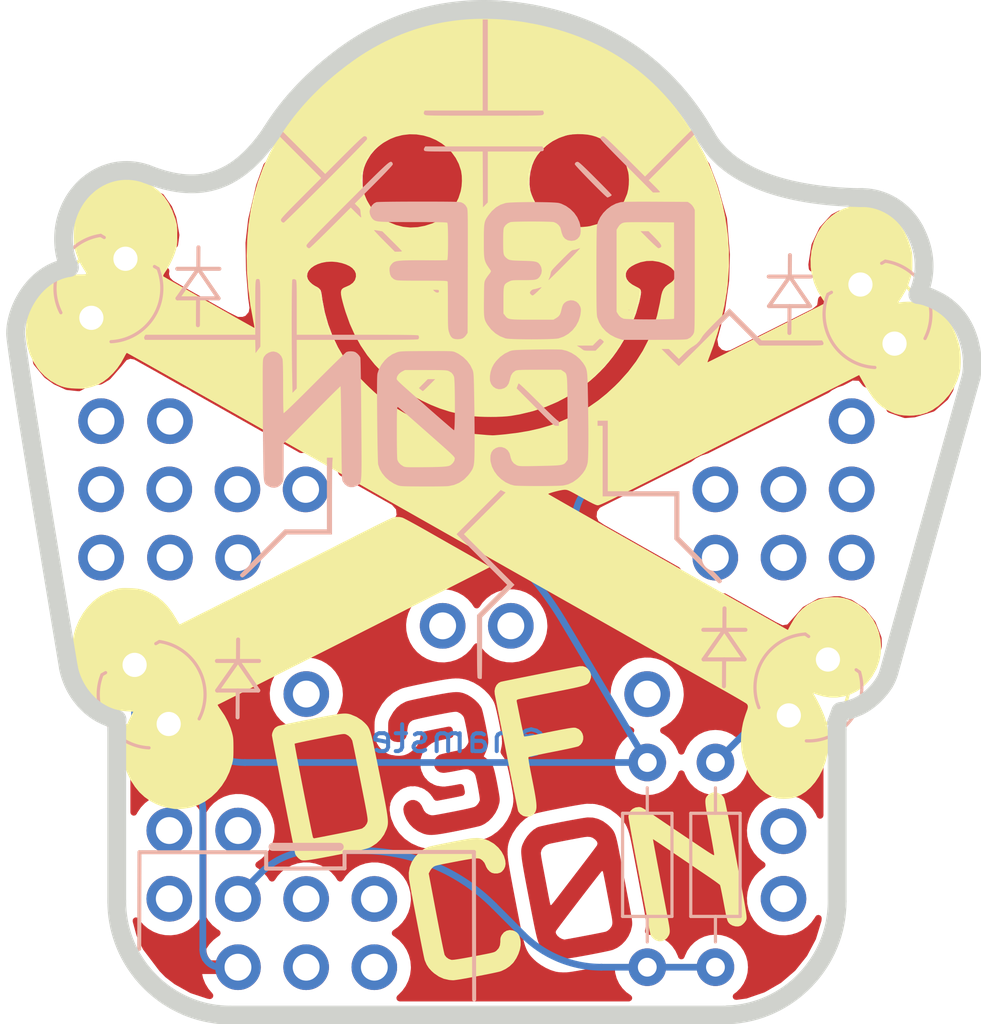
<source format=kicad_pcb>
(kicad_pcb (version 20211014) (generator pcbnew)
  (title_block (title "SAO Jack") (date "2022-08-09") (rev "1.0") (company "@hamster") (comment 1 "github.com/hamster/defcon30"))
  (layers (0 "F.Cu" signal) (31 "B.Cu" signal) (34 "B.Paste" user) (35 "F.Paste" user) (36 "B.SilkS" user "B.Silkscreen") (37 "F.SilkS" user "F.Silkscreen") (38 "B.Mask" user) (39 "F.Mask" user) (44 "Edge.Cuts" user))
  (net 0 "")
  (net 1 "Net-(D2-Pad2)")
  (net 2 "Net-(D1-Pad2)")
  (net 3 "GND")
  (net 4 "+3V3")
  (footprint "LED_THT:LED_D3.0mm" (layer "F.Cu") (at 159.11131 89.955581 -125)
    (fp_text reference "D4" hide)
    (fp_text value "LED")
    (pad "1" thru_hole rect (at 0 0 235) (size 1.8 1.8) (drill 0.9) (layers *.Cu *.Mask) (net 3 "GND"))
    (pad "2" thru_hole circle (at 2.54 0 235) (size 1.8 1.8) (drill 0.9) (layers *.Cu *.Mask) (net 1 "Net-(D2-Pad2)"))
  )
  (footprint "lib_fp:Badgelife-Shitty-v1.69bis" (layer "F.Cu") (at 139.67 100.14)
    (fp_text reference "X1" hide)
    (fp_text value "Badgelife_sao_connector_v169bis" hide)
    (pad "1" thru_hole oval (at -2.54 -1.27) (size 1.7 1.7) (drill 1) (layers *.Cu *.Mask) (net 4 "+3V3"))
    (pad "2" thru_hole oval (at -2.54 1.27) (size 1.7 1.7) (drill 1) (layers *.Cu *.Mask) (net 3 "GND"))
    (pad "3" thru_hole circle (at 0 -1.27) (size 1.7 1.7) (drill 1) (layers *.Cu *.Mask))
    (pad "4" thru_hole oval (at 0 1.27) (size 1.7 1.7) (drill 1) (layers *.Cu *.Mask))
    (pad "5" thru_hole circle (at 2.54 -1.27) (size 1.7 1.7) (drill 1) (layers *.Cu *.Mask))
    (pad "6" thru_hole oval (at 2.54 1.27) (size 1.7 1.7) (drill 1) (layers *.Cu *.Mask))
  )
  (footprint "lib_fp:front-eco" (layer "F.Cu") (at 146.762407 84.841366)
    (fp_text reference "G***" hide)
    (fp_text value "LOGO" hide)
    (pad "1" thru_hole circle (at 13.2334 -1.2192) (size 1.7 1.7) (drill 1) (layers *.Cu *.Mask))
    (pad "1" thru_hole circle (at 10.6934 11.5062) (size 1.7 1.7) (drill 1) (layers *.Cu *.Mask))
    (pad "1" thru_hole circle (at -9.652 -1.2192) (size 1.7 1.7) (drill 1) (layers *.Cu *.Mask))
    (pad "1" thru_hole circle (at 0.5334 3.8608) (size 1.7 1.7) (drill 1) (layers *.Cu *.Mask))
    (pad "1" thru_hole circle (at -12.1666 -3.7592) (size 1.7 1.7) (drill 1) (layers *.Cu *.Mask))
    (pad "1" thru_hole circle (at -9.6266 11.4808) (size 1.7 1.7) (drill 1) (layers *.Cu *.Mask))
    (pad "1" thru_hole circle (at -14.732 1.3208) (size 1.7 1.7) (drill 1) (layers *.Cu *.Mask))
    (pad "1" thru_hole circle (at -7.0866 6.4008) (size 1.7 1.7) (drill 1) (layers *.Cu *.Mask))
    (pad "1" thru_hole circle (at 5.6134 6.4008) (size 1.7 1.7) (drill 1) (layers *.Cu *.Mask))
    (pad "1" thru_hole circle (at -9.6266 1.3208) (size 1.7 1.7) (drill 1) (layers *.Cu *.Mask))
    (pad "1" thru_hole circle (at -12.192 11.4808) (size 1.7 1.7) (drill 1) (layers *.Cu *.Mask))
    (pad "1" thru_hole circle (at 10.6934 -1.2192) (size 1.7 1.7) (drill 1) (layers *.Cu *.Mask))
    (pad "1" thru_hole circle (at 13.2334 1.3208) (size 1.7 1.7) (drill 1) (layers *.Cu *.Mask))
    (pad "1" thru_hole circle (at 13.2334 -3.7592) (size 1.7 1.7) (drill 1) (layers *.Cu *.Mask))
    (pad "1" thru_hole circle (at 8.1534 -1.2192) (size 1.7 1.7) (drill 1) (layers *.Cu *.Mask))
    (pad "1" thru_hole circle (at 8.1534 1.3208) (size 1.7 1.7) (drill 1) (layers *.Cu *.Mask))
    (pad "1" thru_hole circle (at -14.732 -1.2192) (size 1.7 1.7) (drill 1) (layers *.Cu *.Mask))
    (pad "1" thru_hole circle (at -2.0066 3.8608) (size 1.7 1.7) (drill 1) (layers *.Cu *.Mask))
    (pad "1" thru_hole circle (at -12.1666 1.3208) (size 1.7 1.7) (drill 1) (layers *.Cu *.Mask))
    (pad "1" thru_hole circle (at -12.192 -1.2192) (size 1.7 1.7) (drill 1) (layers *.Cu *.Mask))
    (pad "1" thru_hole circle (at 10.6934 14.0208) (size 1.7 1.7) (drill 1) (layers *.Cu *.Mask))
    (pad "1" thru_hole circle (at -14.732 -3.7592) (size 1.7 1.7) (drill 1) (layers *.Cu *.Mask))
    (pad "1" thru_hole circle (at -12.192 14.0208) (size 1.7 1.7) (drill 1) (layers *.Cu *.Mask))
    (pad "1" thru_hole circle (at 10.6934 1.3208) (size 1.7 1.7) (drill 1) (layers *.Cu *.Mask))
    (pad "1" thru_hole circle (at -7.112 -1.2192) (size 1.7 1.7) (drill 1) (layers *.Cu *.Mask))
  )
  (footprint "lib_fp:front-mask" (layer "F.Cu") (at 146.74 84.77)
    (fp_text reference "G***" hide)
    (fp_text value "LOGO" hide)
    (fp_poly (pts (xy -1.412504 6.399603) (xy -1.339993 6.407125) (xy -1.271878 6.420567) (xy -1.203538 6.439528) (xy -1.202914 6.439721) (xy -1.056907 6.500428) (xy -0.909828 6.589323) (xy -0.771414 6.698354) (xy -0.651404 6.819468) (xy -0.559535 6.944612) (xy -0.533012 6.993656) (xy -0.51711 7.039229) (xy -0.495244 7.119594) (xy -0.468885 7.227832) (xy -0.439502 7.357021) (xy -0.408564 7.500243) (xy -0.377542 7.650578) (xy -0.347905 7.801107) (xy -0.321122 7.944908) (xy -0.298664 8.075064) (xy -0.285873 8.157282) (xy -0.283661 8.289495) (xy -0.310539 8.440696) (xy -0.364519 8.601077) (xy -0.385495 8.649069) (xy -0.453401 8.796392) (xy -0.390879 8.840292) (xy -0.292698 8.921858) (xy -0.200668 9.02062) (xy -0.12797 9.121711) (xy -0.106524 9.160975) (xy -0.08416 9.221322) (xy -0.056819 9.318326) (xy -0.025649 9.446717) (xy 0.008199 9.601229) (xy 0.043576 9.776593) (xy 0.079331 9.967541) (xy 0.114316 10.168807) (xy 0.117099 10.185511) (xy 0.133747 10.294997) (xy 0.141497 10.37674) (xy 0.140773 10.444327) (xy 0.131997 10.511347) (xy 0.12793 10.53301) (xy 0.072326 10.71953) (xy -0.016529 10.897436) (xy -0.132968 11.059779) (xy -0.271322 11.199609) (xy -0.425921 11.30998) (xy -0.556623 11.372076) (xy -0.602957 11.385714) (xy -0.685339 11.406159) (xy -0.798218 11.432185) (xy -0.936043 11.462565) (xy -1.093263 11.496074) (xy -1.264326 11.531486) (xy -1.425967 11.564057) (xy -1.66499 11.610902) (xy -1.867238 11.648699) (xy -2.037244 11.677806) (xy -2.179543 11.698587) (xy -2.298668 11.711401) (xy -2.399156 11.716612) (xy -2.485539 11.71458) (xy -2.562351 11.705667) (xy -2.634129 11.690233) (xy -2.705404 11.668641) (xy -2.711593 11.666531) (xy -2.903234 11.579715) (xy -3.073603 11.460479) (xy -3.218241 11.3137) (xy -3.332685 11.144256) (xy -3.412475 10.957025) (xy -3.434079 10.876508) (xy -3.448954 10.754548) (xy -3.431521 10.653088) (xy -3.379547 10.562786) (xy -3.351432 10.530663) (xy -3.254011 10.454437) (xy -3.148512 10.416472) (xy -3.041123 10.415136) (xy -2.938032 10.448796) (xy -2.845425 10.515817) (xy -2.769491 10.614567) (xy -2.732351 10.694064) (xy -2.676548 10.811016) (xy -2.606172 10.893657) (xy -2.514205 10.949365) (xy -2.475908 10.963769) (xy -2.436443 10.975928) (xy -2.399979 10.983118) (xy -2.358762 10.984803) (xy -2.305042 10.980447) (xy -2.231064 10.969513) (xy -2.129077 10.951466) (xy -2.029162 10.932867) (xy -1.73483 10.876943) (xy -1.478231 10.826638) (xy -1.260021 10.782096) (xy -1.08086 10.743461) (xy -0.941406 10.710876) (xy -0.842316 10.684483) (xy -0.78425 10.664427) (xy -0.775499 10.660006) (xy -0.704719 10.601164) (xy -0.642203 10.519255) (xy -0.602045 10.433174) (xy -0.599554 10.424087) (xy -0.599604 10.38779) (xy -0.607284 10.3179) (xy -0.621156 10.222214) (xy -0.639786 10.108525) (xy -0.661738 9.984631) (xy -0.685577 9.858325) (xy -0.709866 9.737403) (xy -0.733171 9.629661) (xy -0.754055 9.542894) (xy -0.771083 9.484897) (xy -0.773882 9.47748) (xy -0.823589 9.402902) (xy -0.903447 9.337069) (xy -1.00124 9.289382) (xy -1.029466 9.280749) (xy -1.06706 9.273281) (xy -1.110399 9.271138) (xy -1.166604 9.275122) (xy -1.242793 9.286033) (xy -1.346089 9.304671) (xy -1.48322 9.331757) (xy -1.611469 9.35638) (xy -1.733648 9.377539) (xy -1.840272 9.393761) (xy -1.921855 9.403572) (xy -1.960004 9.405839) (xy -2.077884 9.387008) (xy -2.176126 9.334394) (xy -2.250152 9.253815) (xy -2.295386 9.151089) (xy -2.307249 9.032034) (xy -2.300236 8.973367) (xy -2.265143 8.884342) (xy -2.200211 8.800968) (xy -2.11701 8.737868) (xy -2.111646 8.735023) (xy -2.070649 8.720294) (xy -1.995807 8.699592) (xy -1.894903 8.674827) (xy -1.775722 8.647909) (xy -1.646047 8.620746) (xy -1.643998 8.620334) (xy -1.480579 8.585796) (xy -1.34974 8.554597) (xy -1.254313 8.527485) (xy -1.197131 8.505211) (xy -1.187502 8.499324) (xy -1.125372 8.439402) (xy -1.068376 8.361411) (xy -1.029503 8.283931) (xy -1.023659 8.264954) (xy -1.02365 8.228154) (xy -1.031394 8.157884) (xy -1.045414 8.062029) (xy -1.064232 7.948469) (xy -1.086373 7.825088) (xy -1.110358 7.699768) (xy -1.134712 7.580391) (xy -1.157958 7.474839) (xy -1.178618 7.390996) (xy -1.195216 7.336744) (xy -1.199387 7.327003) (xy -1.255479 7.251527) (xy -1.337611 7.184917) (xy -1.429644 7.140053) (xy -1.436193 7.138014) (xy -1.461362 7.132633) (xy -1.493759 7.130644) (xy -1.537709 7.132695) (xy -1.597538 7.139434) (xy -1.67757 7.151508) (xy -1.782129 7.169564) (xy -1.915542 7.194252) (xy -2.082132 7.226219) (xy -2.269456 7.262817) (xy -2.478849 7.304709) (xy -2.66442 7.343393) (xy -2.822778 7.378098) (xy -2.950533 7.408049) (xy -3.044295 7.432472) (xy -3.100674 7.450595) (xy -3.109398 7.454485) (xy -3.185461 7.504764) (xy -3.239605 7.570518) (xy -3.275456 7.659157) (xy -3.296638 7.778093) (xy -3.302767 7.849772) (xy -3.314245 7.967589) (xy -3.334322 8.053844) (xy -3.368041 8.119193) (xy -3.420448 8.174294) (xy -3.476177 8.216076) (xy -3.526506 8.244925) (xy -3.578592 8.258066) (xy -3.649907 8.259132) (xy -3.676381 8.257721) (xy -3.797243 8.236719) (xy -3.888912 8.18829) (xy -3.957157 8.108938) (xy -3.974745 8.07694) (xy -3.992688 8.032514) (xy -4.004484 7.979021) (xy -4.011252 7.906996) (xy -4.014113 7.806976) (xy -4.014429 7.741771) (xy -4.013981 7.633158) (xy -4.011173 7.555383) (xy -4.003804 7.496919) (xy -3.989677 7.446235) (xy -3.966591 7.391802) (xy -3.935636 7.328677) (xy -3.820895 7.132773) (xy -3.69018 6.974528) (xy -3.540766 6.851358) (xy -3.369933 6.760676) (xy -3.315346 6.739858) (xy -3.264983 6.725383) (xy -3.178712 6.704225) (xy -3.062247 6.677637) (xy -2.9213 6.646867) (xy -2.761584 6.613166) (xy -2.588811 6.577783) (xy -2.43144 6.546432) (xy -2.198735 6.501273) (xy -2.002781 6.464844) (xy -1.838956 6.436743) (xy -1.702638 6.416571) (xy -1.589205 6.403924) (xy -1.494034 6.398402)) (layer "F.Cu") (width 0) (fill solid))
    (fp_poly (pts (xy 3.61363 11.070339) (xy 3.807586 11.117586) (xy 3.993551 11.205815) (xy 4.170202 11.334503) (xy 4.227521 11.387008) (xy 4.286043 11.445719) (xy 4.335422 11.502066) (xy 4.377463 11.560982) (xy 4.413975 11.627402) (xy 4.446762 11.706261) (xy 4.477632 11.802493) (xy 4.50839 11.921032) (xy 4.540844 12.066814) (xy 4.576799 12.244772) (xy 4.615705 12.447389) (xy 4.648083 12.618299) (xy 4.686611 12.821653) (xy 4.72955 13.04827) (xy 4.775159 13.288967) (xy 4.821699 13.53456) (xy 4.86743 13.775868) (xy 4.910612 14.003707) (xy 4.915904 14.03163) (xy 4.957815 14.25313) (xy 4.992361 14.437239) (xy 5.020143 14.58818) (xy 5.041758 14.710176) (xy 5.057806 14.80745) (xy 5.068885 14.884226) (xy 5.075596 14.944724) (xy 5.078536 14.993169) (xy 5.078305 15.033784) (xy 5.075503 15.070791) (xy 5.070726 15.108413) (xy 5.069681 15.11573) (xy 5.02238 15.306368) (xy 4.939572 15.487957) (xy 4.826484 15.654011) (xy 4.688345 15.798043) (xy 4.530382 15.913569) (xy 4.363141 15.992266) (xy 4.306313 16.008472) (xy 4.213898 16.030489) (xy 4.092096 16.057148) (xy 3.94711 16.087282) (xy 3.785141 16.119722) (xy 3.612392 16.153301) (xy 3.435064 16.18685) (xy 3.259358 16.2192) (xy 3.091478 16.249185) (xy 2.937624 16.275636) (xy 2.803998 16.297384) (xy 2.696803 16.313262) (xy 2.62224 16.322102) (xy 2.605671 16.323284) (xy 2.511552 16.324528) (xy 2.419453 16.320145) (xy 2.351459 16.311438) (xy 2.228931 16.273737) (xy 2.093076 16.21188) (xy 1.958226 16.13381) (xy 1.838708 16.047469) (xy 1.780063 15.994743) (xy 1.739376 15.953844) (xy 1.703479 15.915868) (xy 1.671496 15.877775) (xy 1.642548 15.836523) (xy 1.61576 15.789071) (xy 1.590254 15.732379) (xy 1.565153 15.663405) (xy 1.539581 15.579108) (xy 1.51266 15.476447) (xy 1.483513 15.352381) (xy 1.476858 15.321732) (xy 2.228809 15.321732) (xy 2.232362 15.365433) (xy 2.244767 15.39914) (xy 2.292036 15.469051) (xy 2.36711 15.534092) (xy 2.455718 15.584434) (xy 2.543587 15.610248) (xy 2.552639 15.611172) (xy 2.577707 15.607742) (xy 2.639507 15.59724) (xy 2.733155 15.580556) (xy 2.853769 15.558577) (xy 2.996467 15.532193) (xy 3.156366 15.502291) (xy 3.304682 15.474295) (xy 3.477931 15.441221) (xy 3.640242 15.409787) (xy 3.786332 15.381052) (xy 3.910922 15.356071) (xy 4.008732 15.335901) (xy 4.07448 15.321599) (xy 4.100693 15.315014) (xy 4.170845 15.277009) (xy 4.241797 15.213957) (xy 4.298966 15.140287) (xy 4.320302 15.097746) (xy 4.33452 15.049075) (xy 4.340649 14.993962) (xy 4.338197 14.924741) (xy 4.326671 14.833746) (xy 4.305578 14.713312) (xy 4.290654 14.636453) (xy 4.272958 14.54609) (xy 4.249044 14.422324) (xy 4.220489 14.2734) (xy 4.188868 14.107562) (xy 4.155756 13.933052) (xy 4.122729 13.758115) (xy 4.118949 13.738032) (xy 4.088637 13.578545) (xy 4.060198 13.431973) (xy 4.034712 13.303653) (xy 4.013261 13.198921) (xy 3.996926 13.123111) (xy 3.986789 13.081562) (xy 3.984758 13.075812) (xy 3.966143 13.059714) (xy 3.935798 13.075812) (xy 3.91734 13.096841) (xy 3.875935 13.148132) (xy 3.814255 13.226202) (xy 3.734971 13.327566) (xy 3.640754 13.448741) (xy 3.534276 13.586242) (xy 3.418207 13.736586) (xy 3.295221 13.89629) (xy 3.167987 14.061868) (xy 3.039177 14.229838) (xy 2.911463 14.396714) (xy 2.787516 14.559014) (xy 2.670007 14.713253) (xy 2.561608 14.855948) (xy 2.464991 14.983615) (xy 2.382825 15.092769) (xy 2.317784 15.179927) (xy 2.272537 15.241604) (xy 2.249758 15.274318) (xy 2.248714 15.276041) (xy 2.228809 15.321732) (xy 1.476858 15.321732) (xy 1.451264 15.203869) (xy 1.415035 15.02787) (xy 1.373949 14.821343) (xy 1.32713 14.581247) (xy 1.2737 14.30454) (xy 1.23564 14.106878) (xy 1.175182 13.792082) (xy 1.122594 13.515845) (xy 1.077525 13.275161) (xy 1.039618 13.067028) (xy 1.008521 12.88844) (xy 0.98388 12.736394) (xy 0.965341 12.607885) (xy 0.952549 12.499909) (xy 0.945152 12.409462) (xy 0.944785 12.397655) (xy 1.673561 12.397655) (xy 1.677485 12.443535) (xy 1.688298 12.521712) (xy 1.704555 12.622942) (xy 1.724817 12.737979) (xy 1.73584 12.796956) (xy 1.7575 12.910801) (xy 1.785072 13.05604) (xy 1.816614 13.222432) (xy 1.850187 13.399735) (xy 1.883849 13.577709) (xy 1.906136 13.695663) (xy 1.940575 13.878102) (xy 1.968093 14.023002) (xy 1.989756 14.134437) (xy 2.006627 14.216478) (xy 2.019772 14.273197) (xy 2.030255 14.308666) (xy 2.03914 14.326957) (xy 2.047492 14.332141) (xy 2.056376 14.32829) (xy 2.066857 14.319476) (xy 2.068803 14.317835) (xy 2.092339 14.292375) (xy 2.136074 14.239759) (xy 2.19465 14.166623) (xy 2.26271 14.079604) (xy 2.296274 14.036028) (xy 2.349974 13.965966) (xy 2.425823 13.867009) (xy 2.520196 13.743886) (xy 2.629467 13.601327) (xy 2.750011 13.444064) (xy 2.8782 13.276825) (xy 3.01041 13.104342) (xy 3.117368 12.964804) (xy 3.242825 12.800829) (xy 3.360962 12.645838) (xy 3.46915 12.50332) (xy 3.564758 12.376769) (xy 3.645157 12.269675) (xy 3.707717 12.185529) (xy 3.749809 12.127823) (xy 3.768804 12.100047) (xy 3.769066 12.09957) (xy 3.786128 12.031105) (xy 3.763034 11.961853) (xy 3.698902 11.889217) (xy 3.697204 11.88772) (xy 3.610457 11.82584) (xy 3.518009 11.792174) (xy 3.409263 11.784402) (xy 3.287202 11.797876) (xy 3.201199 11.812807) (xy 3.08867 11.833223) (xy 2.956305 11.857827) (xy 2.810793 11.885321) (xy 2.658825 11.914409) (xy 2.507088 11.943795) (xy 2.362275 11.97218) (xy 2.231073 11.998268) (xy 2.120173 12.020762) (xy 2.036265 12.038365) (xy 1.986037 12.04978) (xy 1.980802 12.051156) (xy 1.861862 12.101156) (xy 1.767567 12.175593) (xy 1.703336 12.268357) (xy 1.674586 12.373335) (xy 1.673561 12.397655) (xy 0.944785 12.397655) (xy 0.942795 12.33354) (xy 0.945124 12.269137) (xy 0.951785 12.213251) (xy 0.962425 12.162877) (xy 0.97669 12.115011) (xy 0.994226 12.066648) (xy 0.995063 12.064471) (xy 1.068452 11.911422) (xy 1.165422 11.764809) (xy 1.278788 11.632579) (xy 1.401364 11.522681) (xy 1.525963 11.443063) (xy 1.577228 11.420544) (xy 1.628944 11.405196) (xy 1.716517 11.383728) (xy 1.834064 11.35728) (xy 1.9757 11.326994) (xy 2.13554 11.29401) (xy 2.3077 11.25947) (xy 2.486296 11.224514) (xy 2.665443 11.190284) (xy 2.839257 11.15792) (xy 3.001854 11.128563) (xy 3.147349 11.103354) (xy 3.269858 11.083435) (xy 3.363497 11.069945) (xy 3.413008 11.064598)) (layer "F.Cu") (width 0) (fill solid))
    (fp_poly (pts (xy 3.356503 -14.378339) (xy 3.574813 -14.34602) (xy 3.78241 -14.287899) (xy 3.992679 -14.200949) (xy 4.037965 -14.178973) (xy 4.268239 -14.041493) (xy 4.47318 -13.871783) (xy 4.649734 -13.673653) (xy 4.794844 -13.450911) (xy 4.905457 -13.207368) (xy 4.960046 -13.029274) (xy 4.986265 -12.877447) (xy 4.997692 -12.702469) (xy 4.994726 -12.519165) (xy 4.977768 -12.342362) (xy 4.947218 -12.186883) (xy 4.936288 -12.149207) (xy 4.840079 -11.9077) (xy 4.711104 -11.681933) (xy 4.554454 -11.479563) (xy 4.379326 -11.311588) (xy 4.259066 -11.226087) (xy 4.110644 -11.140255) (xy 3.947681 -11.060777) (xy 3.783797 -10.994341) (xy 3.643703 -10.950432) (xy 3.509078 -10.924015) (xy 3.349675 -10.905734) (xy 3.178976 -10.896041) (xy 3.010462 -10.895387) (xy 2.857615 -10.904225) (xy 2.746183 -10.920336) (xy 2.468951 -10.997311) (xy 2.211042 -11.108139) (xy 1.976357 -11.250542) (xy 1.768798 -11.422244) (xy 1.63158 -11.57095) (xy 1.551763 -11.682034) (xy 1.471392 -11.817291) (xy 1.396902 -11.963724) (xy 1.334731 -12.108336) (xy 1.291313 -12.238131) (xy 1.281842 -12.277167) (xy 1.253566 -12.499696) (xy 1.25713 -12.736958) (xy 1.290716 -12.977953) (xy 1.352507 -13.211679) (xy 1.440686 -13.427134) (xy 1.485499 -13.510121) (xy 1.556599 -13.612156) (xy 1.654618 -13.726412) (xy 1.769959 -13.84362) (xy 1.893026 -13.954513) (xy 2.014221 -14.049822) (xy 2.108046 -14.11134) (xy 2.33115 -14.227185) (xy 2.545649 -14.309225) (xy 2.763446 -14.360731) (xy 2.996443 -14.384977) (xy 3.114095 -14.387883)) (layer "F.Cu") (width 0) (fill solid))
    (fp_poly (pts (xy 5.915714 -9.667222) (xy 6.138728 -9.625797) (xy 6.265864 -9.582819) (xy 6.418355 -9.515437) (xy 6.534027 -9.448295) (xy 6.618165 -9.376872) (xy 6.67605 -9.296644) (xy 6.712965 -9.203088) (xy 6.714055 -9.199096) (xy 6.725403 -9.085032) (xy 6.695551 -8.979598) (xy 6.624356 -8.882527) (xy 6.511676 -8.793551) (xy 6.492994 -8.781973) (xy 6.414484 -8.729432) (xy 6.351681 -8.672972) (xy 6.301295 -8.60608) (xy 6.260036 -8.52224) (xy 6.224615 -8.414939) (xy 6.191743 -8.277661) (xy 6.162367 -8.127194) (xy 6.095476 -7.797567) (xy 6.01998 -7.497669) (xy 5.932112 -7.215139) (xy 5.828103 -6.937613) (xy 5.730456 -6.710255) (xy 5.533991 -6.32366) (xy 5.298901 -5.945723) (xy 5.028614 -5.579924) (xy 4.726556 -5.229741) (xy 4.396155 -4.898652) (xy 4.040836 -4.590135) (xy 3.664026 -4.307669) (xy 3.269153 -4.054732) (xy 2.934028 -3.87167) (xy 2.551426 -3.696366) (xy 2.140961 -3.541218) (xy 1.713749 -3.409772) (xy 1.280904 -3.305575) (xy 0.995325 -3.253099) (xy 0.916243 -3.24161) (xy 0.811715 -3.228112) (xy 0.688954 -3.213364) (xy 0.555168 -3.198127) (xy 0.417569 -3.183161) (xy 0.283367 -3.169227) (xy 0.159773 -3.157085) (xy 0.053997 -3.147494) (xy -0.02675 -3.141215) (xy -0.075258 -3.139008) (xy -0.083469 -3.139361) (xy -0.121051 -3.142437) (xy -0.186008 -3.146381) (xy -0.254212 -3.149853) (xy -0.388303 -3.158382) (xy -0.551519 -3.172312) (xy -0.731165 -3.190259) (xy -0.914546 -3.210838) (xy -1.088964 -3.232666) (xy -1.241725 -3.254358) (xy -1.302836 -3.264181) (xy -1.83515 -3.37418) (xy -2.346145 -3.520461) (xy -2.835312 -3.702725) (xy -3.302145 -3.920676) (xy -3.746136 -4.174016) (xy -4.166777 -4.462448) (xy -4.563561 -4.785674) (xy -4.93598 -5.143398) (xy -5.283526 -5.535322) (xy -5.375504 -5.650115) (xy -5.64278 -6.024967) (xy -5.877788 -6.425055) (xy -6.078858 -6.846306) (xy -6.244315 -7.284647) (xy -6.37249 -7.736006) (xy -6.461708 -8.196308) (xy -6.481755 -8.344802) (xy -6.495543 -8.433664) (xy -6.51305 -8.511322) (xy -6.531045 -8.564122) (xy -6.535586 -8.57237) (xy -6.572338 -8.609332) (xy -6.632303 -8.65168) (xy -6.678007 -8.677485) (xy -6.824124 -8.766061) (xy -6.932637 -8.863241) (xy -7.002828 -8.966558) (xy -7.033982 -9.07354) (xy -7.02538 -9.181719) (xy -6.976307 -9.288625) (xy -6.886046 -9.391789) (xy -6.885496 -9.392286) (xy -6.745048 -9.492027) (xy -6.57707 -9.566315) (xy -6.38828 -9.614642) (xy -6.185398 -9.636496) (xy -5.975142 -9.631368) (xy -5.76423 -9.598747) (xy -5.559383 -9.538122) (xy -5.467455 -9.499968) (xy -5.334001 -9.423755) (xy -5.240837 -9.335489) (xy -5.198142 -9.263524) (xy -5.171306 -9.151592) (xy -5.177993 -9.032649) (xy -5.215069 -8.918964) (xy -5.2794 -8.822808) (xy -5.320255 -8.785554) (xy -5.377182 -8.749728) (xy -5.456307 -8.708936) (xy -5.535187 -8.674229) (xy -5.606404 -8.643565) (xy -5.660838 -8.611941) (xy -5.699006 -8.574456) (xy -5.721423 -8.526206) (xy -5.728606 -8.462291) (xy -5.72107 -8.377806) (xy -5.699332 -8.26785) (xy -5.663907 -8.127519) (xy -5.615311 -7.951913) (xy -5.612325 -7.941341) (xy -5.458516 -7.470493) (xy -5.270288 -7.024129) (xy -5.047989 -6.602714) (xy -4.791966 -6.206715) (xy -4.502565 -5.8366) (xy -4.180135 -5.492833) (xy -3.82502 -5.175882) (xy -3.437569 -4.886214) (xy -3.24731 -4.761458) (xy -2.807009 -4.508275) (xy -2.357006 -4.296035) (xy -1.898129 -4.124907) (xy -1.431201 -3.99506) (xy -0.957047 -3.906665) (xy -0.476492 -3.859891) (xy 0.009638 -3.854908) (xy 0.500519 -3.891886) (xy 0.78382 -3.932084) (xy 1.238898 -4.028408) (xy 1.687844 -4.164211) (xy 2.126581 -4.337263) (xy 2.551036 -4.545331) (xy 2.957134 -4.786185) (xy 3.3408 -5.057592) (xy 3.69796 -5.357321) (xy 4.02454 -5.683141) (xy 4.067274 -5.730358) (xy 4.363017 -6.089832) (xy 4.628639 -6.471347) (xy 4.861872 -6.870476) (xy 5.060445 -7.282791) (xy 5.222087 -7.703867) (xy 5.34453 -8.129276) (xy 5.380274 -8.29098) (xy 5.402053 -8.407667) (xy 5.409828 -8.492132) (xy 5.399707 -8.553298) (xy 5.367799 -8.600085) (xy 5.310213 -8.641416) (xy 5.223056 -8.686214) (xy 5.203903 -8.695346) (xy 5.058502 -8.779186) (xy 4.948842 -8.873712) (xy 4.875648 -8.975527) (xy 4.839645 -9.081233) (xy 4.841558 -9.187434) (xy 4.882113 -9.290732) (xy 4.962034 -9.387729) (xy 5.042701 -9.450663) (xy 5.245743 -9.560806) (xy 5.463044 -9.634058) (xy 5.688427 -9.669753)) (layer "F.Cu") (width 0) (fill solid))
    (fp_poly (pts (xy -2.774848 -14.357052) (xy -2.505513 -14.295252) (xy -2.250665 -14.197115) (xy -2.215434 -14.179941) (xy -2.014154 -14.062051) (xy -1.822844 -13.917633) (xy -1.650597 -13.754864) (xy -1.50651 -13.581922) (xy -1.442159 -13.48476) (xy -1.337577 -13.2716) (xy -1.264236 -13.037725) (xy -1.224214 -12.793151) (xy -1.219587 -12.547895) (xy -1.228103 -12.45191) (xy -1.278328 -12.186416) (xy -1.362679 -11.943675) (xy -1.483134 -11.719834) (xy -1.641671 -11.511037) (xy -1.78773 -11.361082) (xy -1.969843 -11.217501) (xy -2.184055 -11.094899) (xy -2.424263 -10.995934) (xy -2.684364 -10.923262) (xy -2.869085 -10.890274) (xy -2.977637 -10.877088) (xy -3.069825 -10.87156) (xy -3.162735 -10.873656) (xy -3.273451 -10.883337) (xy -3.326289 -10.889295) (xy -3.612836 -10.942298) (xy -3.879014 -11.030997) (xy -4.122778 -11.153965) (xy -4.342086 -11.309777) (xy -4.534894 -11.497004) (xy -4.69916 -11.714221) (xy -4.819969 -11.932192) (xy -4.879464 -12.068629) (xy -4.921256 -12.193397) (xy -4.948035 -12.319548) (xy -4.962494 -12.460131) (xy -4.967322 -12.628198) (xy -4.967379 -12.647039) (xy -4.962311 -12.827826) (xy -4.944558 -12.981233) (xy -4.91101 -13.12115) (xy -4.85856 -13.26147) (xy -4.804033 -13.377151) (xy -4.665851 -13.605104) (xy -4.493549 -13.810378) (xy -4.290633 -13.989778) (xy -4.060606 -14.140108) (xy -3.861911 -14.236259) (xy -3.602204 -14.322118) (xy -3.329952 -14.370716) (xy -3.051914 -14.382284)) (layer "F.Cu") (width 0) (fill solid))
  )
  (footprint "LED_THT:LED_D3.0mm" (layer "F.Cu") (at 160.3225 75.995818 -60)
    (fp_text reference "D2" hide)
    (fp_text value "LED")
    (pad "1" thru_hole rect (at 0 0 300) (size 1.8 1.8) (drill 0.9) (layers *.Cu *.Mask) (net 3 "GND"))
    (pad "2" thru_hole circle (at 2.54 0 300) (size 1.8 1.8) (drill 0.9) (layers *.Cu *.Mask) (net 1 "Net-(D2-Pad2)"))
  )
  (footprint "LED_THT:LED_D3.0mm" (layer "F.Cu") (at 133.27869 90.155581 -60)
    (fp_text reference "D3" hide)
    (fp_text value "LED")
    (pad "1" thru_hole rect (at 0 0 300) (size 1.8 1.8) (drill 0.9) (layers *.Cu *.Mask) (net 3 "GND"))
    (pad "2" thru_hole circle (at 2.54 0 300) (size 1.8 1.8) (drill 0.9) (layers *.Cu *.Mask) (net 2 "Net-(D1-Pad2)"))
  )
  (footprint "LED_THT:LED_D3.0mm" (layer "F.Cu") (at 132.9375 75.035818 -120)
    (fp_text reference "D1" hide)
    (fp_text value "LED")
    (pad "1" thru_hole rect (at 0 0 240) (size 1.8 1.8) (drill 0.9) (layers *.Cu *.Mask) (net 3 "GND"))
    (pad "2" thru_hole circle (at 2.54 0 240) (size 1.8 1.8) (drill 0.9) (layers *.Cu *.Mask) (net 2 "Net-(D1-Pad2)"))
  )
  (footprint "lib_fp:front-silkscreen" (layer "F.Cu") (at 146.72 84.77)
    (fp_text reference "G***" hide)
    (fp_text value "LOGO" hide)
  )
  (footprint "Resistor_THT:R_Axial_DIN0204_L3.6mm_D1.6mm_P7.62mm_Horizontal" (layer "B.Cu") (at 154.92 101.41 90)
    (fp_text reference "R2" hide)
    (fp_text value "140" hide)
    (pad "1" thru_hole circle (at 0 0 90) (size 1.4 1.4) (drill 0.7) (layers *.Cu *.Mask) (net 4 "+3V3"))
    (pad "2" thru_hole oval (at 7.62 0 90) (size 1.4 1.4) (drill 0.7) (layers *.Cu *.Mask) (net 1 "Net-(D2-Pad2)"))
  )
  (footprint "Resistor_THT:R_Axial_DIN0204_L3.6mm_D1.6mm_P7.62mm_Horizontal" (layer "B.Cu") (at 152.38 101.41 90)
    (fp_text reference "R1" hide)
    (fp_text value "140" hide)
    (pad "1" thru_hole circle (at 0 0 90) (size 1.4 1.4) (drill 0.7) (layers *.Cu *.Mask) (net 4 "+3V3"))
    (pad "2" thru_hole oval (at 7.62 0 90) (size 1.4 1.4) (drill 0.7) (layers *.Cu *.Mask) (net 2 "Net-(D1-Pad2)"))
  )
  (footprint "lib_fp:back-silkscreen" (layer "B.Cu") (at 146.29 85.28 180)
    (fp_text reference "G***" hide)
    (fp_text value "LOGO" hide)
  )
  (gr_line (start 141.1 97.12) (end 145.92 97.12) (layer "B.SilkS") (width 0.15))
  (gr_line (start 137.13 90.01) (end 136.355 91.11) (layer "B.SilkS") (width 0.15))
  (gr_line (start 156.915 76.8) (end 158.445 76.8) (layer "B.SilkS") (width 0.15))
  (gr_line (start 135.6425 76.51) (end 135.6375 77.51) (layer "B.SilkS") (width 0.15))
  (gr_line (start 157.68 76.8) (end 157.675 77.8) (layer "B.SilkS") (width 0.15))
  (gr_line (start 134.8775 76.51) (end 136.4075 76.51) (layer "B.SilkS") (width 0.15))
  (gr_line (start 156.0075 89.95) (end 155.2525 88.85) (layer "B.SilkS") (width 0.15))
  (gr_line (start 158.445 76.8) (end 157.69 75.7) (layer "B.SilkS") (width 0.15))
  (gr_line (start 136.4075 76.51) (end 135.6525 75.41) (layer "B.SilkS") (width 0.15))
  (gr_line (start 155.2525 88.85) (end 155.2575 88.05) (layer "B.SilkS") (width 0.15))
  (gr_line (start 154.4675 88.85) (end 156.0375 88.85) (layer "B.SilkS") (width 0.15))
  (gr_line (start 137.885 91.11) (end 137.13 90.01) (layer "B.SilkS") (width 0.15))
  (gr_line (start 134.8675 75.41) (end 136.4375 75.41) (layer "B.SilkS") (width 0.15))
  (gr_line (start 138.18 97.13) (end 138.18 97.74) (layer "B.SilkS") (width 0.15))
  (gr_line (start 155.2525 88.85) (end 154.4775 89.95) (layer "B.SilkS") (width 0.15))
  (gr_line (start 133.46 97.13) (end 133.45 100.73) (layer "B.SilkS") (width 0.15))
  (gr_line (start 138.18 97.74) (end 141.1 97.73) (layer "B.SilkS") (width 0.15))
  (gr_line (start 133.46 97.13) (end 138.18 97.13) (layer "B.SilkS") (width 0.15))
  (gr_line (start 137.13 90.01) (end 137.135 89.21) (layer "B.SilkS") (width 0.15))
  (gr_line (start 135.6525 75.41) (end 135.6575 74.61) (layer "B.SilkS") (width 0.15))
  (gr_line (start 141.1 97.73) (end 141.1 97.12) (layer "B.SilkS") (width 0.15))
  (gr_line (start 154.4775 89.95) (end 156.0075 89.95) (layer "B.SilkS") (width 0.15))
  (gr_line (start 145.92 97.12) (end 145.93 102.61) (layer "B.SilkS") (width 0.15))
  (gr_line (start 157.69 75.7) (end 157.695 74.9) (layer "B.SilkS") (width 0.15))
  (gr_line (start 137.12 91.11) (end 137.115 92.11) (layer "B.SilkS") (width 0.15))
  (gr_line (start 135.6525 75.41) (end 134.8775 76.51) (layer "B.SilkS") (width 0.15))
  (gr_line (start 136.345 90.01) (end 137.915 90.01) (layer "B.SilkS") (width 0.15))
  (gr_line (start 136.355 91.11) (end 137.885 91.11) (layer "B.SilkS") (width 0.15))
  (gr_line (start 155.2425 89.95) (end 155.2375 90.95) (layer "B.SilkS") (width 0.15))
  (gr_line (start 156.905 75.7) (end 158.475 75.7) (layer "B.SilkS") (width 0.15))
  (gr_line (start 157.69 75.7) (end 156.915 76.8) (layer "B.SilkS") (width 0.15))
  (gr_curve (pts (xy 162.339139 73.968196) (xy 161.941403 73.222032) (xy 161.18936 72.758516) (xy 160.376447 72.758516)) (layer "Edge.Cuts") (width 0.7))
  (gr_curve (pts (xy 164.366018 78.0985) (xy 164.141441 77.313341) (xy 163.627347 76.750821) (xy 162.880084 76.471941)) (layer "Edge.Cuts") (width 0.7))
  (gr_curve (pts (xy 162.464735 76.368093) (xy 162.808189 75.590341) (xy 162.767429 74.770581) (xy 162.339139 73.968196)) (layer "Edge.Cuts") (width 0.7))
  (gr_curve (pts (xy 146.288612 65.753366) (xy 144.395575 65.753366) (xy 142.649019 66.330032) (xy 141.097542 67.467366)) (layer "Edge.Cuts") (width 0.7))
  (gr_curve (pts (xy 160.292021 91.673748) (xy 160.676575 91.482238) (xy 161.016793 91.135242) (xy 161.21313 90.814882)) (layer "Edge.Cuts") (width 0.7))
  (gr_curve (pts (xy 130.847651 75.361199) (xy 130.493689 75.414943) (xy 130.168622 75.554727) (xy 129.878093 75.778659)) (layer "Edge.Cuts") (width 0.7))
  (gr_curve (pts (xy 136.846811 103.192769) (xy 136.846811 103.192769) (xy 155.219742 103.192769) (xy 155.219742 103.192769)) (layer "Edge.Cuts") (width 0.7))
  (gr_curve (pts (xy 159.439596 92.29197) (xy 159.439596 92.29197) (xy 159.588984 91.891047) (xy 159.588984 91.891047)) (layer "Edge.Cuts") (width 0.7))
  (gr_curve (pts (xy 133.722238 71.877239) (xy 133.486831 71.793028) (xy 133.236092 71.748306) (xy 132.978012 71.748306)) (layer "Edge.Cuts") (width 0.7))
  (gr_curve (pts (xy 148.064989 65.917525) (xy 147.465327 65.808595) (xy 146.867689 65.753366) (xy 146.288612 65.753366)) (layer "Edge.Cuts") (width 0.7))
  (gr_curve (pts (xy 161.386 90.415207) (xy 161.386 90.415207) (xy 164.442736 79.448546) (xy 164.442736 79.448546)) (layer "Edge.Cuts") (width 0.7))
  (gr_curve (pts (xy 132.613477 98.959436) (xy 132.613477 99.978086) (xy 132.978119 100.91569) (xy 133.583293 101.648204)) (layer "Edge.Cuts") (width 0.7))
  (gr_curve (pts (xy 161.21313 90.814882) (xy 161.289423 90.690395) (xy 161.346772 90.555844) (xy 161.386 90.415207)) (layer "Edge.Cuts") (width 0.7))
  (gr_curve (pts (xy 141.097542 67.467366) (xy 139.946299 68.311134) (xy 139.041078 69.265296) (xy 138.383173 70.326192)) (layer "Edge.Cuts") (width 0.7))
  (gr_curve (pts (xy 138.358519 70.366414) (xy 137.021003 72.336771) (xy 135.541981 72.602991) (xy 133.743899 71.885313)) (layer "Edge.Cuts") (width 0.7))
  (gr_curve (pts (xy 159.588984 91.891047) (xy 159.825878 91.86073) (xy 160.061414 91.788426) (xy 160.292021 91.673748)) (layer "Edge.Cuts") (width 0.7))
  (gr_curve (pts (xy 132.613477 92.556833) (xy 132.613477 92.556833) (xy 132.613477 98.959436) (xy 132.613477 98.959436)) (layer "Edge.Cuts") (width 0.7))
  (gr_curve (pts (xy 130.812941 90.255423) (xy 130.979835 91.115147) (xy 131.640604 91.975796) (xy 132.62026 92.187153)) (layer "Edge.Cuts") (width 0.7))
  (gr_curve (pts (xy 155.377506 103.192769) (xy 155.377506 103.192769) (xy 155.380563 103.184587) (xy 155.380563 103.184587)) (layer "Edge.Cuts") (width 0.7))
  (gr_curve (pts (xy 164.442736 79.448546) (xy 164.526753 79.028546) (xy 164.501992 78.575581) (xy 164.366018 78.0985)) (layer "Edge.Cuts") (width 0.7))
  (gr_curve (pts (xy 133.583293 101.648204) (xy 133.842666 101.962138) (xy 134.1462 102.238413) (xy 134.484164 102.467232)) (layer "Edge.Cuts") (width 0.7))
  (gr_curve (pts (xy 160.376447 72.758516) (xy 160.376447 72.758516) (xy 160.288037 72.76054) (xy 160.288037 72.76054)) (layer "Edge.Cuts") (width 0.7))
  (gr_curve (pts (xy 132.62026 92.187153) (xy 132.61886 92.231724) (xy 132.613477 92.275304) (xy 132.613477 92.320198)) (layer "Edge.Cuts") (width 0.7))
  (gr_curve (pts (xy 136.415571 103.170807) (xy 136.557423 103.185319) (xy 136.701299 103.192769) (xy 136.846811 103.192769)) (layer "Edge.Cuts") (width 0.7))
  (gr_curve (pts (xy 154.576047 70.495303) (xy 153.150187 67.982709) (xy 150.961668 66.443397) (xy 148.064989 65.917525)) (layer "Edge.Cuts") (width 0.7))
  (gr_curve (pts (xy 154.59 70.52) (xy 154.59 70.52) (xy 154.576047 70.495303) (xy 154.576047 70.495303)) (layer "Edge.Cuts") (width 0.7))
  (gr_curve (pts (xy 128.84323 77.814172) (xy 128.84323 78.467383) (xy 130.809712 90.238715) (xy 130.812941 90.255423)) (layer "Edge.Cuts") (width 0.7))
  (gr_curve (pts (xy 135.203091 102.858724) (xy 135.582611 103.019954) (xy 135.990016 103.127226) (xy 136.415571 103.170807)) (layer "Edge.Cuts") (width 0.7))
  (gr_curve (pts (xy 159.453075 92.556833) (xy 159.453075 92.467455) (xy 159.44513 92.380014) (xy 159.439596 92.29197)) (layer "Edge.Cuts") (width 0.7))
  (gr_curve (pts (xy 131.467423 72.345858) (xy 130.644519 73.100937) (xy 130.408659 74.352626) (xy 130.847651 75.361199)) (layer "Edge.Cuts") (width 0.7))
  (gr_curve (pts (xy 155.219742 103.192769) (xy 155.219742 103.192769) (xy 155.377506 103.192769) (xy 155.377506 103.192769)) (layer "Edge.Cuts") (width 0.7))
  (gr_curve (pts (xy 134.484164 102.467232) (xy 134.709474 102.619764) (xy 134.950092 102.751237) (xy 135.203091 102.858724)) (layer "Edge.Cuts") (width 0.7))
  (gr_curve (pts (xy 162.880084 76.471941) (xy 162.747814 76.42231) (xy 162.608869 76.387579) (xy 162.464735 76.368093)) (layer "Edge.Cuts") (width 0.7))
  (gr_curve (pts (xy 133.743899 71.885313) (xy 133.743899 71.885313) (xy 133.722238 71.877239) (xy 133.722238 71.877239)) (layer "Edge.Cuts") (width 0.7))
  (gr_curve (pts (xy 155.380563 103.184587) (xy 157.63456 103.098632) (xy 159.453075 101.2335) (xy 159.453075 98.959436)) (layer "Edge.Cuts") (width 0.7))
  (gr_curve (pts (xy 138.383173 70.326192) (xy 138.383173 70.326192) (xy 138.358519 70.366414) (xy 138.358519 70.366414)) (layer "Edge.Cuts") (width 0.7))
  (gr_curve (pts (xy 132.613477 92.320198) (xy 132.613477 92.320198) (xy 132.613477 92.556833) (xy 132.613477 92.556833)) (layer "Edge.Cuts") (width 0.7))
  (gr_curve (pts (xy 160.288037 72.76054) (xy 157.52703 72.70488) (xy 155.443242 71.988386) (xy 154.59 70.52)) (layer "Edge.Cuts") (width 0.7))
  (gr_curve (pts (xy 129.878093 75.778659) (xy 129.219585 76.285367) (xy 128.84323 77.160938) (xy 128.84323 77.814172)) (layer "Edge.Cuts") (width 0.7))
  (gr_curve (pts (xy 132.978012 71.748306) (xy 132.423976 71.748306) (xy 131.887488 71.960502) (xy 131.467423 72.345858)) (layer "Edge.Cuts") (width 0.7))
  (gr_curve (pts (xy 159.453075 98.959436) (xy 159.453075 98.959436) (xy 159.453075 92.556833) (xy 159.453075 92.556833)) (layer "Edge.Cuts") (width 0.7))
  (gr_text "@hamster" (at 145.08 92.91) (layer "B.Cu") (effects (font (size 1 1)) (justify mirror)))
  (segment (start 157.365168 92.01895) (end 150.296584 86.084892) (width 0.25) (layer "B.Cu") (net 1))
  (segment (start 157.044099 92.186227) (end 157.304262 92.186227) (width 0.25) (layer "B.Cu") (net 1))
  (segment (start 156.155846 92.554153) (end 154.92 93.79) (width 0.25) (layer "B.Cu") (net 1))
  (segment (start 150.680807 83.221211) (end 161.5925 78.195523) (width 0.25) (layer "B.Cu") (net 1))
  (arc (start 157.365168 92.01895) (mid 157.393271 92.123909) (end 157.304262 92.186227) (width 0.25) (layer "B.Cu") (net 1))
  (arc (start 150.680807 83.221211) (mid 149.701072 84.547375) (end 150.296584 86.084892) (width 0.25) (layer "B.Cu") (net 1))
  (arc (start 157.044099 92.186227) (mid 156.56338 92.281847) (end 156.155846 92.554153) (width 0.25) (layer "B.Cu") (net 1))
  (segment (start 134.616515 92.355286) (end 134.54869 92.355286) (width 0.25) (layer "B.Cu") (net 2))
  (segment (start 152.38 93.79) (end 137.38803 93.79) (width 0.25) (layer "B.Cu") (net 2))
  (segment (start 152.38 93.687396) (end 152.229112 93.536508) (width 0.25) (layer "B.Cu") (net 2))
  (segment (start 152.229112 93.536508) (end 149.252286 88.535439) (width 0.25) (layer "B.Cu") (net 2))
  (segment (start 134.735574 92.236227) (end 134.616515 92.355286) (width 0.25) (layer "B.Cu") (net 2))
  (segment (start 152.38 93.79) (end 152.38 93.687396) (width 0.25) (layer "B.Cu") (net 2))
  (segment (start 135.51246 93.013113) (end 134.735574 92.236227) (width 0.25) (layer "B.Cu") (net 2))
  (segment (start 144.436942 83.964012) (end 131.6675 77.235523) (width 0.25) (layer "B.Cu") (net 2))
  (arc (start 152.229112 93.536508) (mid 152.230796 93.705176) (end 152.085 93.79) (width 0.25) (layer "B.Cu") (net 2))
  (arc (start 144.436942 83.964012) (mid 147.160274 85.917222) (end 149.252286 88.535439) (width 0.25) (layer "B.Cu") (net 2))
  (arc (start 137.38803 93.79) (mid 136.372979 93.588093) (end 135.51246 93.013113) (width 0.25) (layer "B.Cu") (net 2))
  (arc (start 152.085 93.79) (mid 152.085 93.79) (end 152.085 93.79) (width 0.25) (layer "B.Cu") (net 2))
  (arc (start 152.229112 93.536508) (mid 152.230796 93.705176) (end 152.085 93.79) (width 0.25) (layer "B.Cu") (net 2))
  (segment (start 135.83 100.76) (end 135.83 94.86) (width 0.25) (layer "F.Cu") (net 3))
  (segment (start 136.48 101.41) (end 137.13 101.41) (width 0.25) (layer "F.Cu") (net 3))
  (arc (start 135.83 100.76) (mid 136.02038 101.219619) (end 136.48 101.41) (width 0.25) (layer "F.Cu") (net 3))
  (segment (start 135.82 95.572253) (end 135.82 100.755) (width 0.25) (layer "B.Cu") (net 3))
  (segment (start 133.27869 93.401992) (end 133.27869 90.155581) (width 0.25) (layer "B.Cu") (net 3))
  (segment (start 133.946697 94.07) (end 134.317746 94.07) (width 0.25) (layer "B.Cu") (net 3))
  (segment (start 136.475 101.41) (end 137.13 101.41) (width 0.25) (layer "B.Cu") (net 3))
  (arc (start 135.38 94.51) (mid 135.705647 94.997366) (end 135.82 95.572253) (width 0.25) (layer "B.Cu") (net 3))
  (arc (start 135.82 100.755) (mid 136.011845 101.218154) (end 136.475 101.41) (width 0.25) (layer "B.Cu") (net 3))
  (arc (start 133.474345 93.874345) (mid 133.691062 94.01915) (end 133.946697 94.07) (width 0.25) (layer "B.Cu") (net 3))
  (arc (start 133.27869 93.401992) (mid 133.329539 93.657627) (end 133.474345 93.874345) (width 0.25) (layer "B.Cu") (net 3))
  (arc (start 135.38 94.51) (mid 134.892633 94.184352) (end 134.317746 94.07) (width 0.25) (layer "B.Cu") (net 3))
  (segment (start 150.67 101.41) (end 152.38 101.41) (width 0.25) (layer "B.Cu") (net 4))
  (segment (start 137.13 98.81) (end 137.13 98.87) (width 0.25) (layer "B.Cu") (net 4))
  (segment (start 139.997939 97.07) (end 141.715 97.07) (width 0.25) (layer "B.Cu") (net 4))
  (segment (start 137.172426 98.707573) (end 137.97 97.91) (width 0.25) (layer "B.Cu") (net 4))
  (segment (start 146.674145 99.124145) (end 147.750847 100.200847) (width 0.25) (layer "B.Cu") (net 4))
  (segment (start 152.38 101.41) (end 154.92 101.41) (width 0.25) (layer "B.Cu") (net 4))
  (arc (start 150.67 101.41) (mid 149.090165 101.095751) (end 147.750847 100.200847) (width 0.25) (layer "B.Cu") (net 4))
  (arc (start 146.674145 99.124145) (mid 144.398869 97.603854) (end 141.715 97.07) (width 0.25) (layer "B.Cu") (net 4))
  (arc (start 137.97 97.91) (mid 138.900426 97.288308) (end 139.997939 97.07) (width 0.25) (layer "B.Cu") (net 4))
  (arc (start 137.172426 98.707573) (mid 137.141026 98.754567) (end 137.13 98.81) (width 0.25) (layer "B.Cu") (net 4))
  (zone (net 3) (net_name "GND") (layer "F.Cu") (connect_pads (clearance 0.508)) (min_thickness 0.254) (fill yes (thermal_gap 0.508) (thermal_bridge_width 0.508))
    (polygon (pts (xy 147.61 66.1) (xy 149.33 66.44) (xy 150.65 67.02) (xy 151.82 67.75) (xy 153.16 69) (xy 153.81 69.96) (xy 154.54 71.09) (xy 155.01 72.33) (xy 155.35 73.53) (xy 155.46 74.87) (xy 155.43 75.86) (xy 155.28 76.94) (xy 154.99 78.04) (xy 155.03 78.28) (xy 155.16 78.42) (xy 155.32 78.47) (xy 155.47 78.44) (xy 158.54 76.9) (xy 158.71 76.76) (xy 158.75 76.5) (xy 158.58 76.24) (xy 158.42 75.61) (xy 158.38 75.25) (xy 158.5 74.5) (xy 158.8 73.87) (xy 159.24 73.39) (xy 159.83 73.08) (xy 160.41 73) (xy 161.09 73.17) (xy 161.63 73.54) (xy 162.04 74.07) (xy 162.3 74.78) (xy 162.31 75.5) (xy 162.14 76.1) (xy 162.11 76.32) (xy 162.24 76.54) (xy 162.76 76.68) (xy 163.3 77.04) (xy 163.77 77.52) (xy 164.07 78.24) (xy 164.11 78.87) (xy 163.93 79.69) (xy 163.58 80.28) (xy 163.07 80.72) (xy 162.35 80.94) (xy 161.97 80.97) (xy 161.19 80.7) (xy 160.77 80.3) (xy 160.4 79.75) (xy 160.26 79.58) (xy 160.03 79.57) (xy 159.85 79.67) (xy 150.72 84.25) (xy 150.61 84.31) (xy 150.51 84.45) (xy 150.49 84.64) (xy 150.56 84.8) (xy 150.77 84.94) (xy 157.17 88.56) (xy 157.42 88.68) (xy 157.6 88.65) (xy 157.77 88.46) (xy 158.18 88) (xy 158.75 87.68) (xy 159.34 87.6) (xy 159.56 87.6) (xy 160 87.73) (xy 160.5 88.06) (xy 160.88 88.55) (xy 161.11 89.14) (xy 161.13 89.78) (xy 160.95 90.37) (xy 160.58 90.89) (xy 160.32 91.11) (xy 159.97 91.29) (xy 159.44 91.45) (xy 159.23 91.64) (xy 159.08 91.96) (xy 159.06 92.31) (xy 159.09 98.86) (xy 159.01 99.61) (xy 158.75 100.4) (xy 158.45 100.97) (xy 157.99 101.55) (xy 157.42 102.03) (xy 156.81 102.41) (xy 156.09 102.64) (xy 155.25 102.75) (xy 138.28 102.74) (xy 137.23 102.76) (xy 136.15 102.69) (xy 135.58 102.54) (xy 134.55 102.01) (xy 133.2 100.23) (xy 132.99 99.47) (xy 132.93 98.82) (xy 132.93 92.31) (xy 132.94 92.05) (xy 132.88 91.87) (xy 132.71 91.77) (xy 132.29 91.63) (xy 131.76 91.25) (xy 131.36 90.71) (xy 131.11 89.98) (xy 131.1 89.3) (xy 131.27 88.7) (xy 131.6 88.13) (xy 131.9 87.84) (xy 132.43 87.53) (xy 133.04 87.41) (xy 133.6 87.49) (xy 134.11 87.77) (xy 134.57 88.23) (xy 134.76 88.56) (xy 134.89 88.67) (xy 135.03 88.72) (xy 135.22 88.68) (xy 142.54 84.99) (xy 142.94 84.77) (xy 143.04 84.57) (xy 143.02 84.37) (xy 142.87 84.2) (xy 134.13 79.27) (xy 133.27 78.79) (xy 133.12 78.76) (xy 132.98 78.81) (xy 132.79 79.04) (xy 132.36 79.53) (xy 131.78 79.87) (xy 131.2 79.97) (xy 130.73 79.92) (xy 130.27 79.71) (xy 129.92 79.46) (xy 129.49 78.94) (xy 129.23 78.29) (xy 129.18 77.64) (xy 129.3 77.02) (xy 129.51 76.59) (xy 129.71 76.33) (xy 130.11 75.92) (xy 130.43 75.75) (xy 130.93 75.6) (xy 131.11 75.46) (xy 131.17 75.32) (xy 131.16 75.13) (xy 131.03 74.72) (xy 130.96 74.16) (xy 131.05 73.56) (xy 131.3 72.98) (xy 131.78 72.42) (xy 132.37 72.09) (xy 132.95 71.98) (xy 133.29 72.02) (xy 133.85 72.24) (xy 134.33 72.61) (xy 134.67 73.09) (xy 134.83 73.49) (xy 134.95 74.15) (xy 134.86 74.8) (xy 134.58 75.45) (xy 134.56 75.61) (xy 134.6 75.74) (xy 134.71 75.85) (xy 135.24 76.16) (xy 135.97 76.57) (xy 136.75 77.01) (xy 137.13 77.2) (xy 137.3 77.2) (xy 137.41 77.16) (xy 137.53 77.02) (xy 137.56 76.86) (xy 137.51 76.5) (xy 137.43 75.47) (xy 137.41 74.44) (xy 137.51 73.56) (xy 137.81 72.28) (xy 138.08 71.53) (xy 138.38 70.88) (xy 138.82 70.16) (xy 139.46 69.33) (xy 139.93 68.82) (xy 140.54 68.25) (xy 141.14 67.74) (xy 141.81 67.28) (xy 142.44 66.93) (xy 143.19 66.56) (xy 143.95 66.32) (xy 144.76 66.13) (xy 145.61 66.02) (xy 146.64 66.01)))
  )
)
</source>
